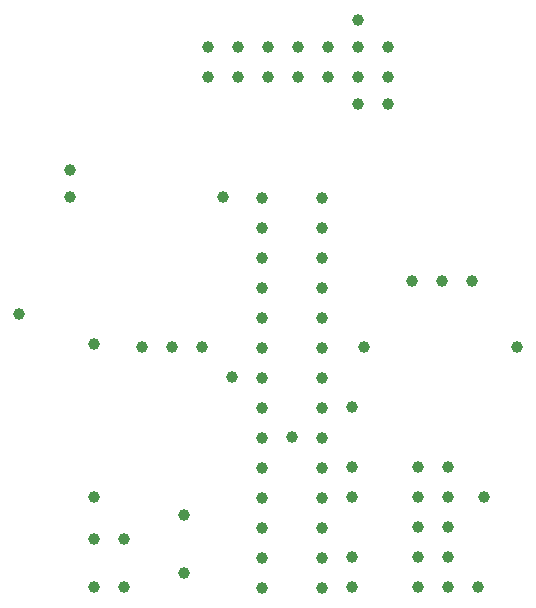
<source format=gbr>
G04 Generated by Ultiboard 14.0 *
%FSLAX34Y34*%
%MOMM*%

%ADD10C,0.0001*%
%ADD11C,1.0000*%


G04 ColorRGB 000000 for the following layer *
%LNDrill-Copper Top-Copper Bottom*%
%LPD*%
G54D11*
X421640Y518160D03*
X421640Y469477D03*
X704040Y660400D03*
X574040Y660400D03*
X345440Y663400D03*
X345440Y533400D03*
X455120Y787400D03*
X325120Y787400D03*
X370840Y457200D03*
X345440Y457200D03*
X370840Y497840D03*
X345440Y497840D03*
X467360Y914400D03*
X467360Y889000D03*
X441960Y914400D03*
X441960Y889000D03*
X543560Y914400D03*
X543560Y889000D03*
X518160Y914400D03*
X518160Y889000D03*
X492760Y914400D03*
X492760Y889000D03*
X594360Y914400D03*
X594360Y889000D03*
X568960Y914400D03*
X568960Y889000D03*
X640080Y716280D03*
X665480Y716280D03*
X614680Y716280D03*
X645160Y508000D03*
X619760Y508000D03*
X645160Y558800D03*
X619760Y558800D03*
X645160Y533400D03*
X619760Y533400D03*
X619760Y457200D03*
X645160Y457200D03*
X645160Y482600D03*
X619760Y482600D03*
X538480Y507840D03*
X538480Y660240D03*
X538480Y736440D03*
X538480Y787240D03*
X538480Y761840D03*
X538480Y711040D03*
X538480Y685640D03*
X538480Y584040D03*
X538480Y634840D03*
X538480Y609440D03*
X538480Y533240D03*
X538480Y558640D03*
X538480Y457040D03*
X538480Y482440D03*
X487680Y507840D03*
X487680Y660240D03*
X487680Y736440D03*
X487680Y787240D03*
X487680Y761840D03*
X487680Y711040D03*
X487680Y685640D03*
X487680Y584040D03*
X487680Y634840D03*
X487680Y609440D03*
X487680Y533240D03*
X487680Y558640D03*
X487680Y457040D03*
X487680Y482440D03*
X411480Y660400D03*
X436880Y660400D03*
X386080Y660400D03*
X563880Y482600D03*
X594360Y866140D03*
X563880Y457200D03*
X568960Y937260D03*
X568960Y866140D03*
X563880Y609600D03*
X563880Y533400D03*
X675640Y533400D03*
X563880Y558800D03*
X670560Y457200D03*
X462280Y635000D03*
X325120Y810260D03*
X281940Y688340D03*
X513080Y584200D03*

M02*

</source>
